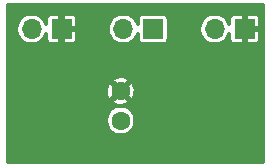
<source format=gbr>
%TF.GenerationSoftware,KiCad,Pcbnew,(5.1.6-0)*%
%TF.CreationDate,2023-05-08T15:43:43-07:00*%
%TF.ProjectId,LM1876_mute,4c4d3138-3736-45f6-9d75-74652e6b6963,rev?*%
%TF.SameCoordinates,Original*%
%TF.FileFunction,Copper,L2,Bot*%
%TF.FilePolarity,Positive*%
%FSLAX46Y46*%
G04 Gerber Fmt 4.6, Leading zero omitted, Abs format (unit mm)*
G04 Created by KiCad (PCBNEW (5.1.6-0)) date 2023-05-08 15:43:43*
%MOMM*%
%LPD*%
G01*
G04 APERTURE LIST*
%TA.AperFunction,ComponentPad*%
%ADD10C,1.600000*%
%TD*%
%TA.AperFunction,ComponentPad*%
%ADD11O,1.700000X1.700000*%
%TD*%
%TA.AperFunction,ComponentPad*%
%ADD12R,1.700000X1.700000*%
%TD*%
%TA.AperFunction,ViaPad*%
%ADD13C,0.700000*%
%TD*%
%TA.AperFunction,Conductor*%
%ADD14C,0.300000*%
%TD*%
G04 APERTURE END LIST*
D10*
%TO.P,C2,2*%
%TO.N,GND*%
X157500000Y-110250000D03*
%TO.P,C2,1*%
%TO.N,/GATE*%
X157500000Y-112750000D03*
%TD*%
D11*
%TO.P,J5,2*%
%TO.N,N/C*%
X157710000Y-105000000D03*
D12*
%TO.P,J5,1*%
X160250000Y-105000000D03*
%TD*%
D11*
%TO.P,J4,2*%
%TO.N,MUTE*%
X149960000Y-105000000D03*
D12*
%TO.P,J4,1*%
%TO.N,GND*%
X152500000Y-105000000D03*
%TD*%
D11*
%TO.P,J3,2*%
%TO.N,V+*%
X165460000Y-105000000D03*
D12*
%TO.P,J3,1*%
%TO.N,GND*%
X168000000Y-105000000D03*
%TD*%
D13*
%TO.N,GND*%
X153500000Y-111250000D03*
X163500000Y-111750000D03*
%TD*%
D14*
%TO.N,GND*%
G36*
X169525001Y-116275000D02*
G01*
X147975000Y-116275000D01*
X147975000Y-112626886D01*
X156250000Y-112626886D01*
X156250000Y-112873114D01*
X156298037Y-113114611D01*
X156392265Y-113342097D01*
X156529062Y-113546828D01*
X156703172Y-113720938D01*
X156907903Y-113857735D01*
X157135389Y-113951963D01*
X157376886Y-114000000D01*
X157623114Y-114000000D01*
X157864611Y-113951963D01*
X158092097Y-113857735D01*
X158296828Y-113720938D01*
X158470938Y-113546828D01*
X158607735Y-113342097D01*
X158701963Y-113114611D01*
X158750000Y-112873114D01*
X158750000Y-112626886D01*
X158701963Y-112385389D01*
X158607735Y-112157903D01*
X158470938Y-111953172D01*
X158296828Y-111779062D01*
X158092097Y-111642265D01*
X157864611Y-111548037D01*
X157623114Y-111500000D01*
X157586774Y-111500000D01*
X157794633Y-111471004D01*
X158027178Y-111390063D01*
X158155042Y-111321717D01*
X158234802Y-111126223D01*
X157500000Y-110391421D01*
X156765198Y-111126223D01*
X156844958Y-111321717D01*
X157066626Y-111428917D01*
X157304948Y-111490812D01*
X157463880Y-111500000D01*
X157376886Y-111500000D01*
X157135389Y-111548037D01*
X156907903Y-111642265D01*
X156703172Y-111779062D01*
X156529062Y-111953172D01*
X156392265Y-112157903D01*
X156298037Y-112385389D01*
X156250000Y-112626886D01*
X147975000Y-112626886D01*
X147975000Y-110300766D01*
X156244977Y-110300766D01*
X156278996Y-110544633D01*
X156359937Y-110777178D01*
X156428283Y-110905042D01*
X156623777Y-110984802D01*
X157358579Y-110250000D01*
X157641421Y-110250000D01*
X158376223Y-110984802D01*
X158571717Y-110905042D01*
X158678917Y-110683374D01*
X158740812Y-110445052D01*
X158755023Y-110199234D01*
X158721004Y-109955367D01*
X158640063Y-109722822D01*
X158571717Y-109594958D01*
X158376223Y-109515198D01*
X157641421Y-110250000D01*
X157358579Y-110250000D01*
X156623777Y-109515198D01*
X156428283Y-109594958D01*
X156321083Y-109816626D01*
X156259188Y-110054948D01*
X156244977Y-110300766D01*
X147975000Y-110300766D01*
X147975000Y-109373777D01*
X156765198Y-109373777D01*
X157500000Y-110108579D01*
X158234802Y-109373777D01*
X158155042Y-109178283D01*
X157933374Y-109071083D01*
X157695052Y-109009188D01*
X157449234Y-108994977D01*
X157205367Y-109028996D01*
X156972822Y-109109937D01*
X156844958Y-109178283D01*
X156765198Y-109373777D01*
X147975000Y-109373777D01*
X147975000Y-104871961D01*
X148660000Y-104871961D01*
X148660000Y-105128039D01*
X148709958Y-105379196D01*
X148807955Y-105615781D01*
X148950224Y-105828702D01*
X149131298Y-106009776D01*
X149344219Y-106152045D01*
X149580804Y-106250042D01*
X149831961Y-106300000D01*
X150088039Y-106300000D01*
X150339196Y-106250042D01*
X150575781Y-106152045D01*
X150788702Y-106009776D01*
X150969776Y-105828702D01*
X151112045Y-105615781D01*
X151199343Y-105405027D01*
X151197823Y-105850000D01*
X151206511Y-105938215D01*
X151232243Y-106023041D01*
X151274029Y-106101216D01*
X151330263Y-106169737D01*
X151398784Y-106225971D01*
X151476959Y-106267757D01*
X151561785Y-106293489D01*
X151650000Y-106302177D01*
X152287500Y-106300000D01*
X152400000Y-106187500D01*
X152400000Y-105100000D01*
X152600000Y-105100000D01*
X152600000Y-106187500D01*
X152712500Y-106300000D01*
X153350000Y-106302177D01*
X153438215Y-106293489D01*
X153523041Y-106267757D01*
X153601216Y-106225971D01*
X153669737Y-106169737D01*
X153725971Y-106101216D01*
X153767757Y-106023041D01*
X153793489Y-105938215D01*
X153802177Y-105850000D01*
X153800000Y-105212500D01*
X153687500Y-105100000D01*
X152600000Y-105100000D01*
X152400000Y-105100000D01*
X152380000Y-105100000D01*
X152380000Y-104900000D01*
X152400000Y-104900000D01*
X152400000Y-103812500D01*
X152600000Y-103812500D01*
X152600000Y-104900000D01*
X153687500Y-104900000D01*
X153715539Y-104871961D01*
X156410000Y-104871961D01*
X156410000Y-105128039D01*
X156459958Y-105379196D01*
X156557955Y-105615781D01*
X156700224Y-105828702D01*
X156881298Y-106009776D01*
X157094219Y-106152045D01*
X157330804Y-106250042D01*
X157581961Y-106300000D01*
X157838039Y-106300000D01*
X158089196Y-106250042D01*
X158325781Y-106152045D01*
X158538702Y-106009776D01*
X158719776Y-105828702D01*
X158862045Y-105615781D01*
X158947823Y-105408695D01*
X158947823Y-105850000D01*
X158956511Y-105938215D01*
X158982243Y-106023041D01*
X159024029Y-106101216D01*
X159080263Y-106169737D01*
X159148784Y-106225971D01*
X159226959Y-106267757D01*
X159311785Y-106293489D01*
X159400000Y-106302177D01*
X161100000Y-106302177D01*
X161188215Y-106293489D01*
X161273041Y-106267757D01*
X161351216Y-106225971D01*
X161419737Y-106169737D01*
X161475971Y-106101216D01*
X161517757Y-106023041D01*
X161543489Y-105938215D01*
X161552177Y-105850000D01*
X161552177Y-104871961D01*
X164160000Y-104871961D01*
X164160000Y-105128039D01*
X164209958Y-105379196D01*
X164307955Y-105615781D01*
X164450224Y-105828702D01*
X164631298Y-106009776D01*
X164844219Y-106152045D01*
X165080804Y-106250042D01*
X165331961Y-106300000D01*
X165588039Y-106300000D01*
X165839196Y-106250042D01*
X166075781Y-106152045D01*
X166288702Y-106009776D01*
X166469776Y-105828702D01*
X166612045Y-105615781D01*
X166699343Y-105405027D01*
X166697823Y-105850000D01*
X166706511Y-105938215D01*
X166732243Y-106023041D01*
X166774029Y-106101216D01*
X166830263Y-106169737D01*
X166898784Y-106225971D01*
X166976959Y-106267757D01*
X167061785Y-106293489D01*
X167150000Y-106302177D01*
X167787500Y-106300000D01*
X167900000Y-106187500D01*
X167900000Y-105100000D01*
X168100000Y-105100000D01*
X168100000Y-106187500D01*
X168212500Y-106300000D01*
X168850000Y-106302177D01*
X168938215Y-106293489D01*
X169023041Y-106267757D01*
X169101216Y-106225971D01*
X169169737Y-106169737D01*
X169225971Y-106101216D01*
X169267757Y-106023041D01*
X169293489Y-105938215D01*
X169302177Y-105850000D01*
X169300000Y-105212500D01*
X169187500Y-105100000D01*
X168100000Y-105100000D01*
X167900000Y-105100000D01*
X167880000Y-105100000D01*
X167880000Y-104900000D01*
X167900000Y-104900000D01*
X167900000Y-103812500D01*
X168100000Y-103812500D01*
X168100000Y-104900000D01*
X169187500Y-104900000D01*
X169300000Y-104787500D01*
X169302177Y-104150000D01*
X169293489Y-104061785D01*
X169267757Y-103976959D01*
X169225971Y-103898784D01*
X169169737Y-103830263D01*
X169101216Y-103774029D01*
X169023041Y-103732243D01*
X168938215Y-103706511D01*
X168850000Y-103697823D01*
X168212500Y-103700000D01*
X168100000Y-103812500D01*
X167900000Y-103812500D01*
X167787500Y-103700000D01*
X167150000Y-103697823D01*
X167061785Y-103706511D01*
X166976959Y-103732243D01*
X166898784Y-103774029D01*
X166830263Y-103830263D01*
X166774029Y-103898784D01*
X166732243Y-103976959D01*
X166706511Y-104061785D01*
X166697823Y-104150000D01*
X166699343Y-104594973D01*
X166612045Y-104384219D01*
X166469776Y-104171298D01*
X166288702Y-103990224D01*
X166075781Y-103847955D01*
X165839196Y-103749958D01*
X165588039Y-103700000D01*
X165331961Y-103700000D01*
X165080804Y-103749958D01*
X164844219Y-103847955D01*
X164631298Y-103990224D01*
X164450224Y-104171298D01*
X164307955Y-104384219D01*
X164209958Y-104620804D01*
X164160000Y-104871961D01*
X161552177Y-104871961D01*
X161552177Y-104150000D01*
X161543489Y-104061785D01*
X161517757Y-103976959D01*
X161475971Y-103898784D01*
X161419737Y-103830263D01*
X161351216Y-103774029D01*
X161273041Y-103732243D01*
X161188215Y-103706511D01*
X161100000Y-103697823D01*
X159400000Y-103697823D01*
X159311785Y-103706511D01*
X159226959Y-103732243D01*
X159148784Y-103774029D01*
X159080263Y-103830263D01*
X159024029Y-103898784D01*
X158982243Y-103976959D01*
X158956511Y-104061785D01*
X158947823Y-104150000D01*
X158947823Y-104591305D01*
X158862045Y-104384219D01*
X158719776Y-104171298D01*
X158538702Y-103990224D01*
X158325781Y-103847955D01*
X158089196Y-103749958D01*
X157838039Y-103700000D01*
X157581961Y-103700000D01*
X157330804Y-103749958D01*
X157094219Y-103847955D01*
X156881298Y-103990224D01*
X156700224Y-104171298D01*
X156557955Y-104384219D01*
X156459958Y-104620804D01*
X156410000Y-104871961D01*
X153715539Y-104871961D01*
X153800000Y-104787500D01*
X153802177Y-104150000D01*
X153793489Y-104061785D01*
X153767757Y-103976959D01*
X153725971Y-103898784D01*
X153669737Y-103830263D01*
X153601216Y-103774029D01*
X153523041Y-103732243D01*
X153438215Y-103706511D01*
X153350000Y-103697823D01*
X152712500Y-103700000D01*
X152600000Y-103812500D01*
X152400000Y-103812500D01*
X152287500Y-103700000D01*
X151650000Y-103697823D01*
X151561785Y-103706511D01*
X151476959Y-103732243D01*
X151398784Y-103774029D01*
X151330263Y-103830263D01*
X151274029Y-103898784D01*
X151232243Y-103976959D01*
X151206511Y-104061785D01*
X151197823Y-104150000D01*
X151199343Y-104594973D01*
X151112045Y-104384219D01*
X150969776Y-104171298D01*
X150788702Y-103990224D01*
X150575781Y-103847955D01*
X150339196Y-103749958D01*
X150088039Y-103700000D01*
X149831961Y-103700000D01*
X149580804Y-103749958D01*
X149344219Y-103847955D01*
X149131298Y-103990224D01*
X148950224Y-104171298D01*
X148807955Y-104384219D01*
X148709958Y-104620804D01*
X148660000Y-104871961D01*
X147975000Y-104871961D01*
X147975000Y-102975000D01*
X169525000Y-102975000D01*
X169525001Y-116275000D01*
G37*
X169525001Y-116275000D02*
X147975000Y-116275000D01*
X147975000Y-112626886D01*
X156250000Y-112626886D01*
X156250000Y-112873114D01*
X156298037Y-113114611D01*
X156392265Y-113342097D01*
X156529062Y-113546828D01*
X156703172Y-113720938D01*
X156907903Y-113857735D01*
X157135389Y-113951963D01*
X157376886Y-114000000D01*
X157623114Y-114000000D01*
X157864611Y-113951963D01*
X158092097Y-113857735D01*
X158296828Y-113720938D01*
X158470938Y-113546828D01*
X158607735Y-113342097D01*
X158701963Y-113114611D01*
X158750000Y-112873114D01*
X158750000Y-112626886D01*
X158701963Y-112385389D01*
X158607735Y-112157903D01*
X158470938Y-111953172D01*
X158296828Y-111779062D01*
X158092097Y-111642265D01*
X157864611Y-111548037D01*
X157623114Y-111500000D01*
X157586774Y-111500000D01*
X157794633Y-111471004D01*
X158027178Y-111390063D01*
X158155042Y-111321717D01*
X158234802Y-111126223D01*
X157500000Y-110391421D01*
X156765198Y-111126223D01*
X156844958Y-111321717D01*
X157066626Y-111428917D01*
X157304948Y-111490812D01*
X157463880Y-111500000D01*
X157376886Y-111500000D01*
X157135389Y-111548037D01*
X156907903Y-111642265D01*
X156703172Y-111779062D01*
X156529062Y-111953172D01*
X156392265Y-112157903D01*
X156298037Y-112385389D01*
X156250000Y-112626886D01*
X147975000Y-112626886D01*
X147975000Y-110300766D01*
X156244977Y-110300766D01*
X156278996Y-110544633D01*
X156359937Y-110777178D01*
X156428283Y-110905042D01*
X156623777Y-110984802D01*
X157358579Y-110250000D01*
X157641421Y-110250000D01*
X158376223Y-110984802D01*
X158571717Y-110905042D01*
X158678917Y-110683374D01*
X158740812Y-110445052D01*
X158755023Y-110199234D01*
X158721004Y-109955367D01*
X158640063Y-109722822D01*
X158571717Y-109594958D01*
X158376223Y-109515198D01*
X157641421Y-110250000D01*
X157358579Y-110250000D01*
X156623777Y-109515198D01*
X156428283Y-109594958D01*
X156321083Y-109816626D01*
X156259188Y-110054948D01*
X156244977Y-110300766D01*
X147975000Y-110300766D01*
X147975000Y-109373777D01*
X156765198Y-109373777D01*
X157500000Y-110108579D01*
X158234802Y-109373777D01*
X158155042Y-109178283D01*
X157933374Y-109071083D01*
X157695052Y-109009188D01*
X157449234Y-108994977D01*
X157205367Y-109028996D01*
X156972822Y-109109937D01*
X156844958Y-109178283D01*
X156765198Y-109373777D01*
X147975000Y-109373777D01*
X147975000Y-104871961D01*
X148660000Y-104871961D01*
X148660000Y-105128039D01*
X148709958Y-105379196D01*
X148807955Y-105615781D01*
X148950224Y-105828702D01*
X149131298Y-106009776D01*
X149344219Y-106152045D01*
X149580804Y-106250042D01*
X149831961Y-106300000D01*
X150088039Y-106300000D01*
X150339196Y-106250042D01*
X150575781Y-106152045D01*
X150788702Y-106009776D01*
X150969776Y-105828702D01*
X151112045Y-105615781D01*
X151199343Y-105405027D01*
X151197823Y-105850000D01*
X151206511Y-105938215D01*
X151232243Y-106023041D01*
X151274029Y-106101216D01*
X151330263Y-106169737D01*
X151398784Y-106225971D01*
X151476959Y-106267757D01*
X151561785Y-106293489D01*
X151650000Y-106302177D01*
X152287500Y-106300000D01*
X152400000Y-106187500D01*
X152400000Y-105100000D01*
X152600000Y-105100000D01*
X152600000Y-106187500D01*
X152712500Y-106300000D01*
X153350000Y-106302177D01*
X153438215Y-106293489D01*
X153523041Y-106267757D01*
X153601216Y-106225971D01*
X153669737Y-106169737D01*
X153725971Y-106101216D01*
X153767757Y-106023041D01*
X153793489Y-105938215D01*
X153802177Y-105850000D01*
X153800000Y-105212500D01*
X153687500Y-105100000D01*
X152600000Y-105100000D01*
X152400000Y-105100000D01*
X152380000Y-105100000D01*
X152380000Y-104900000D01*
X152400000Y-104900000D01*
X152400000Y-103812500D01*
X152600000Y-103812500D01*
X152600000Y-104900000D01*
X153687500Y-104900000D01*
X153715539Y-104871961D01*
X156410000Y-104871961D01*
X156410000Y-105128039D01*
X156459958Y-105379196D01*
X156557955Y-105615781D01*
X156700224Y-105828702D01*
X156881298Y-106009776D01*
X157094219Y-106152045D01*
X157330804Y-106250042D01*
X157581961Y-106300000D01*
X157838039Y-106300000D01*
X158089196Y-106250042D01*
X158325781Y-106152045D01*
X158538702Y-106009776D01*
X158719776Y-105828702D01*
X158862045Y-105615781D01*
X158947823Y-105408695D01*
X158947823Y-105850000D01*
X158956511Y-105938215D01*
X158982243Y-106023041D01*
X159024029Y-106101216D01*
X159080263Y-106169737D01*
X159148784Y-106225971D01*
X159226959Y-106267757D01*
X159311785Y-106293489D01*
X159400000Y-106302177D01*
X161100000Y-106302177D01*
X161188215Y-106293489D01*
X161273041Y-106267757D01*
X161351216Y-106225971D01*
X161419737Y-106169737D01*
X161475971Y-106101216D01*
X161517757Y-106023041D01*
X161543489Y-105938215D01*
X161552177Y-105850000D01*
X161552177Y-104871961D01*
X164160000Y-104871961D01*
X164160000Y-105128039D01*
X164209958Y-105379196D01*
X164307955Y-105615781D01*
X164450224Y-105828702D01*
X164631298Y-106009776D01*
X164844219Y-106152045D01*
X165080804Y-106250042D01*
X165331961Y-106300000D01*
X165588039Y-106300000D01*
X165839196Y-106250042D01*
X166075781Y-106152045D01*
X166288702Y-106009776D01*
X166469776Y-105828702D01*
X166612045Y-105615781D01*
X166699343Y-105405027D01*
X166697823Y-105850000D01*
X166706511Y-105938215D01*
X166732243Y-106023041D01*
X166774029Y-106101216D01*
X166830263Y-106169737D01*
X166898784Y-106225971D01*
X166976959Y-106267757D01*
X167061785Y-106293489D01*
X167150000Y-106302177D01*
X167787500Y-106300000D01*
X167900000Y-106187500D01*
X167900000Y-105100000D01*
X168100000Y-105100000D01*
X168100000Y-106187500D01*
X168212500Y-106300000D01*
X168850000Y-106302177D01*
X168938215Y-106293489D01*
X169023041Y-106267757D01*
X169101216Y-106225971D01*
X169169737Y-106169737D01*
X169225971Y-106101216D01*
X169267757Y-106023041D01*
X169293489Y-105938215D01*
X169302177Y-105850000D01*
X169300000Y-105212500D01*
X169187500Y-105100000D01*
X168100000Y-105100000D01*
X167900000Y-105100000D01*
X167880000Y-105100000D01*
X167880000Y-104900000D01*
X167900000Y-104900000D01*
X167900000Y-103812500D01*
X168100000Y-103812500D01*
X168100000Y-104900000D01*
X169187500Y-104900000D01*
X169300000Y-104787500D01*
X169302177Y-104150000D01*
X169293489Y-104061785D01*
X169267757Y-103976959D01*
X169225971Y-103898784D01*
X169169737Y-103830263D01*
X169101216Y-103774029D01*
X169023041Y-103732243D01*
X168938215Y-103706511D01*
X168850000Y-103697823D01*
X168212500Y-103700000D01*
X168100000Y-103812500D01*
X167900000Y-103812500D01*
X167787500Y-103700000D01*
X167150000Y-103697823D01*
X167061785Y-103706511D01*
X166976959Y-103732243D01*
X166898784Y-103774029D01*
X166830263Y-103830263D01*
X166774029Y-103898784D01*
X166732243Y-103976959D01*
X166706511Y-104061785D01*
X166697823Y-104150000D01*
X166699343Y-104594973D01*
X166612045Y-104384219D01*
X166469776Y-104171298D01*
X166288702Y-103990224D01*
X166075781Y-103847955D01*
X165839196Y-103749958D01*
X165588039Y-103700000D01*
X165331961Y-103700000D01*
X165080804Y-103749958D01*
X164844219Y-103847955D01*
X164631298Y-103990224D01*
X164450224Y-104171298D01*
X164307955Y-104384219D01*
X164209958Y-104620804D01*
X164160000Y-104871961D01*
X161552177Y-104871961D01*
X161552177Y-104150000D01*
X161543489Y-104061785D01*
X161517757Y-103976959D01*
X161475971Y-103898784D01*
X161419737Y-103830263D01*
X161351216Y-103774029D01*
X161273041Y-103732243D01*
X161188215Y-103706511D01*
X161100000Y-103697823D01*
X159400000Y-103697823D01*
X159311785Y-103706511D01*
X159226959Y-103732243D01*
X159148784Y-103774029D01*
X159080263Y-103830263D01*
X159024029Y-103898784D01*
X158982243Y-103976959D01*
X158956511Y-104061785D01*
X158947823Y-104150000D01*
X158947823Y-104591305D01*
X158862045Y-104384219D01*
X158719776Y-104171298D01*
X158538702Y-103990224D01*
X158325781Y-103847955D01*
X158089196Y-103749958D01*
X157838039Y-103700000D01*
X157581961Y-103700000D01*
X157330804Y-103749958D01*
X157094219Y-103847955D01*
X156881298Y-103990224D01*
X156700224Y-104171298D01*
X156557955Y-104384219D01*
X156459958Y-104620804D01*
X156410000Y-104871961D01*
X153715539Y-104871961D01*
X153800000Y-104787500D01*
X153802177Y-104150000D01*
X153793489Y-104061785D01*
X153767757Y-103976959D01*
X153725971Y-103898784D01*
X153669737Y-103830263D01*
X153601216Y-103774029D01*
X153523041Y-103732243D01*
X153438215Y-103706511D01*
X153350000Y-103697823D01*
X152712500Y-103700000D01*
X152600000Y-103812500D01*
X152400000Y-103812500D01*
X152287500Y-103700000D01*
X151650000Y-103697823D01*
X151561785Y-103706511D01*
X151476959Y-103732243D01*
X151398784Y-103774029D01*
X151330263Y-103830263D01*
X151274029Y-103898784D01*
X151232243Y-103976959D01*
X151206511Y-104061785D01*
X151197823Y-104150000D01*
X151199343Y-104594973D01*
X151112045Y-104384219D01*
X150969776Y-104171298D01*
X150788702Y-103990224D01*
X150575781Y-103847955D01*
X150339196Y-103749958D01*
X150088039Y-103700000D01*
X149831961Y-103700000D01*
X149580804Y-103749958D01*
X149344219Y-103847955D01*
X149131298Y-103990224D01*
X148950224Y-104171298D01*
X148807955Y-104384219D01*
X148709958Y-104620804D01*
X148660000Y-104871961D01*
X147975000Y-104871961D01*
X147975000Y-102975000D01*
X169525000Y-102975000D01*
X169525001Y-116275000D01*
%TD*%
M02*

</source>
